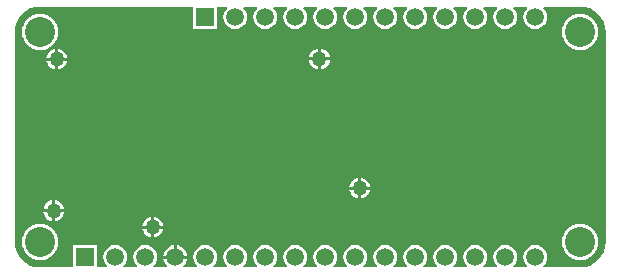
<source format=gbl>
G04*
G04 #@! TF.GenerationSoftware,Altium Limited,Altium Designer,20.1.12 (249)*
G04*
G04 Layer_Physical_Order=2*
G04 Layer_Color=16711680*
%FSLAX25Y25*%
%MOIN*%
G70*
G04*
G04 #@! TF.SameCoordinates,33CBB710-F513-43EE-AC46-A9A21D48704F*
G04*
G04*
G04 #@! TF.FilePolarity,Positive*
G04*
G01*
G75*
%ADD23C,0.05906*%
%ADD24R,0.05906X0.05906*%
%ADD25C,0.10000*%
%ADD26C,0.05000*%
G36*
X191656Y88328D02*
X193249Y87845D01*
X194717Y87060D01*
X196004Y86004D01*
X197060Y84717D01*
X197845Y83249D01*
X198328Y81656D01*
X198484Y80068D01*
X198471Y80000D01*
Y10000D01*
X198484Y9932D01*
X198328Y8343D01*
X197845Y6751D01*
X197060Y5283D01*
X196004Y3996D01*
X194717Y2940D01*
X193249Y2155D01*
X191656Y1672D01*
X190068Y1516D01*
X190000Y1529D01*
X177792D01*
X177622Y2029D01*
X177819Y2181D01*
X178453Y3007D01*
X178851Y3968D01*
X178987Y5000D01*
X178851Y6032D01*
X178453Y6993D01*
X177819Y7819D01*
X176993Y8453D01*
X176032Y8851D01*
X175000Y8987D01*
X173968Y8851D01*
X173007Y8453D01*
X172181Y7819D01*
X171547Y6993D01*
X171149Y6032D01*
X171013Y5000D01*
X171149Y3968D01*
X171547Y3007D01*
X172181Y2181D01*
X172378Y2029D01*
X172208Y1529D01*
X167791D01*
X167622Y2029D01*
X167819Y2181D01*
X168453Y3007D01*
X168851Y3968D01*
X168987Y5000D01*
X168851Y6032D01*
X168453Y6993D01*
X167819Y7819D01*
X166993Y8453D01*
X166032Y8851D01*
X165000Y8987D01*
X163968Y8851D01*
X163007Y8453D01*
X162181Y7819D01*
X161547Y6993D01*
X161149Y6032D01*
X161013Y5000D01*
X161149Y3968D01*
X161547Y3007D01*
X162181Y2181D01*
X162378Y2029D01*
X162208Y1529D01*
X157791D01*
X157622Y2029D01*
X157819Y2181D01*
X158453Y3007D01*
X158851Y3968D01*
X158987Y5000D01*
X158851Y6032D01*
X158453Y6993D01*
X157819Y7819D01*
X156993Y8453D01*
X156032Y8851D01*
X155000Y8987D01*
X153968Y8851D01*
X153007Y8453D01*
X152181Y7819D01*
X151547Y6993D01*
X151149Y6032D01*
X151013Y5000D01*
X151149Y3968D01*
X151547Y3007D01*
X152181Y2181D01*
X152378Y2029D01*
X152208Y1529D01*
X147792D01*
X147622Y2029D01*
X147819Y2181D01*
X148453Y3007D01*
X148851Y3968D01*
X148987Y5000D01*
X148851Y6032D01*
X148453Y6993D01*
X147819Y7819D01*
X146993Y8453D01*
X146032Y8851D01*
X145000Y8987D01*
X143968Y8851D01*
X143007Y8453D01*
X142181Y7819D01*
X141547Y6993D01*
X141149Y6032D01*
X141013Y5000D01*
X141149Y3968D01*
X141547Y3007D01*
X142181Y2181D01*
X142378Y2029D01*
X142209Y1529D01*
X137792D01*
X137622Y2029D01*
X137819Y2181D01*
X138453Y3007D01*
X138851Y3968D01*
X138987Y5000D01*
X138851Y6032D01*
X138453Y6993D01*
X137819Y7819D01*
X136993Y8453D01*
X136032Y8851D01*
X135000Y8987D01*
X133968Y8851D01*
X133007Y8453D01*
X132181Y7819D01*
X131547Y6993D01*
X131149Y6032D01*
X131013Y5000D01*
X131149Y3968D01*
X131547Y3007D01*
X132181Y2181D01*
X132378Y2029D01*
X132209Y1529D01*
X127792D01*
X127622Y2029D01*
X127819Y2181D01*
X128453Y3007D01*
X128851Y3968D01*
X128987Y5000D01*
X128851Y6032D01*
X128453Y6993D01*
X127819Y7819D01*
X126993Y8453D01*
X126032Y8851D01*
X125000Y8987D01*
X123968Y8851D01*
X123007Y8453D01*
X122181Y7819D01*
X121547Y6993D01*
X121149Y6032D01*
X121013Y5000D01*
X121149Y3968D01*
X121547Y3007D01*
X122181Y2181D01*
X122378Y2029D01*
X122208Y1529D01*
X117791D01*
X117622Y2029D01*
X117819Y2181D01*
X118453Y3007D01*
X118851Y3968D01*
X118987Y5000D01*
X118851Y6032D01*
X118453Y6993D01*
X117819Y7819D01*
X116993Y8453D01*
X116032Y8851D01*
X115000Y8987D01*
X113968Y8851D01*
X113007Y8453D01*
X112181Y7819D01*
X111547Y6993D01*
X111149Y6032D01*
X111013Y5000D01*
X111149Y3968D01*
X111547Y3007D01*
X112181Y2181D01*
X112378Y2029D01*
X112208Y1529D01*
X107791D01*
X107622Y2029D01*
X107819Y2181D01*
X108453Y3007D01*
X108851Y3968D01*
X108987Y5000D01*
X108851Y6032D01*
X108453Y6993D01*
X107819Y7819D01*
X106993Y8453D01*
X106032Y8851D01*
X105000Y8987D01*
X103968Y8851D01*
X103007Y8453D01*
X102181Y7819D01*
X101547Y6993D01*
X101149Y6032D01*
X101013Y5000D01*
X101149Y3968D01*
X101547Y3007D01*
X102181Y2181D01*
X102378Y2029D01*
X102208Y1529D01*
X97791D01*
X97622Y2029D01*
X97819Y2181D01*
X98453Y3007D01*
X98851Y3968D01*
X98987Y5000D01*
X98851Y6032D01*
X98453Y6993D01*
X97819Y7819D01*
X96993Y8453D01*
X96032Y8851D01*
X95000Y8987D01*
X93968Y8851D01*
X93007Y8453D01*
X92181Y7819D01*
X91547Y6993D01*
X91149Y6032D01*
X91013Y5000D01*
X91149Y3968D01*
X91547Y3007D01*
X92181Y2181D01*
X92378Y2029D01*
X92208Y1529D01*
X87792D01*
X87622Y2029D01*
X87819Y2181D01*
X88453Y3007D01*
X88851Y3968D01*
X88987Y5000D01*
X88851Y6032D01*
X88453Y6993D01*
X87819Y7819D01*
X86993Y8453D01*
X86032Y8851D01*
X85000Y8987D01*
X83968Y8851D01*
X83007Y8453D01*
X82181Y7819D01*
X81547Y6993D01*
X81149Y6032D01*
X81013Y5000D01*
X81149Y3968D01*
X81547Y3007D01*
X82181Y2181D01*
X82378Y2029D01*
X82209Y1529D01*
X77792D01*
X77622Y2029D01*
X77819Y2181D01*
X78453Y3007D01*
X78851Y3968D01*
X78987Y5000D01*
X78851Y6032D01*
X78453Y6993D01*
X77819Y7819D01*
X76993Y8453D01*
X76032Y8851D01*
X75000Y8987D01*
X73968Y8851D01*
X73007Y8453D01*
X72181Y7819D01*
X71547Y6993D01*
X71149Y6032D01*
X71013Y5000D01*
X71149Y3968D01*
X71547Y3007D01*
X72181Y2181D01*
X72378Y2029D01*
X72208Y1529D01*
X67791D01*
X67622Y2029D01*
X67819Y2181D01*
X68453Y3007D01*
X68851Y3968D01*
X68987Y5000D01*
X68851Y6032D01*
X68453Y6993D01*
X67819Y7819D01*
X66993Y8453D01*
X66032Y8851D01*
X65000Y8987D01*
X63968Y8851D01*
X63007Y8453D01*
X62181Y7819D01*
X61547Y6993D01*
X61149Y6032D01*
X61013Y5000D01*
X61149Y3968D01*
X61547Y3007D01*
X62181Y2181D01*
X62378Y2029D01*
X62208Y1529D01*
X57792D01*
X57622Y2029D01*
X57819Y2181D01*
X58453Y3007D01*
X58851Y3968D01*
X58921Y4500D01*
X51079D01*
X51149Y3968D01*
X51547Y3007D01*
X52181Y2181D01*
X52378Y2029D01*
X52209Y1529D01*
X47791D01*
X47622Y2029D01*
X47819Y2181D01*
X48453Y3007D01*
X48851Y3968D01*
X48987Y5000D01*
X48851Y6032D01*
X48453Y6993D01*
X47819Y7819D01*
X46993Y8453D01*
X46032Y8851D01*
X45000Y8987D01*
X43968Y8851D01*
X43007Y8453D01*
X42181Y7819D01*
X41547Y6993D01*
X41149Y6032D01*
X41013Y5000D01*
X41149Y3968D01*
X41547Y3007D01*
X42181Y2181D01*
X42378Y2029D01*
X42208Y1529D01*
X37791D01*
X37622Y2029D01*
X37819Y2181D01*
X38453Y3007D01*
X38851Y3968D01*
X38987Y5000D01*
X38851Y6032D01*
X38453Y6993D01*
X37819Y7819D01*
X36993Y8453D01*
X36032Y8851D01*
X35000Y8987D01*
X33968Y8851D01*
X33007Y8453D01*
X32181Y7819D01*
X31547Y6993D01*
X31149Y6032D01*
X31013Y5000D01*
X31149Y3968D01*
X31547Y3007D01*
X32181Y2181D01*
X32378Y2029D01*
X32208Y1529D01*
X28953D01*
Y8953D01*
X21047D01*
Y1529D01*
X10000D01*
X9932Y1516D01*
X8343Y1672D01*
X6751Y2155D01*
X5283Y2940D01*
X3996Y3996D01*
X2940Y5283D01*
X2155Y6751D01*
X1672Y8343D01*
X1516Y9932D01*
X1529Y10000D01*
Y80000D01*
X1516Y80068D01*
X1672Y81656D01*
X2155Y83249D01*
X2940Y84717D01*
X3996Y86004D01*
X5283Y87060D01*
X6751Y87845D01*
X8343Y88328D01*
X9932Y88484D01*
X10000Y88471D01*
X61047D01*
Y81047D01*
X68953D01*
Y88471D01*
X72208D01*
X72378Y87971D01*
X72181Y87819D01*
X71547Y86993D01*
X71149Y86032D01*
X71013Y85000D01*
X71149Y83968D01*
X71547Y83007D01*
X72181Y82181D01*
X73007Y81547D01*
X73968Y81149D01*
X75000Y81013D01*
X76032Y81149D01*
X76993Y81547D01*
X77819Y82181D01*
X78453Y83007D01*
X78851Y83968D01*
X78987Y85000D01*
X78851Y86032D01*
X78453Y86993D01*
X77819Y87819D01*
X77622Y87971D01*
X77792Y88471D01*
X82209D01*
X82378Y87971D01*
X82181Y87819D01*
X81547Y86993D01*
X81149Y86032D01*
X81013Y85000D01*
X81149Y83968D01*
X81547Y83007D01*
X82181Y82181D01*
X83007Y81547D01*
X83968Y81149D01*
X85000Y81013D01*
X86032Y81149D01*
X86993Y81547D01*
X87819Y82181D01*
X88453Y83007D01*
X88851Y83968D01*
X88987Y85000D01*
X88851Y86032D01*
X88453Y86993D01*
X87819Y87819D01*
X87622Y87971D01*
X87792Y88471D01*
X92208D01*
X92378Y87971D01*
X92181Y87819D01*
X91547Y86993D01*
X91149Y86032D01*
X91013Y85000D01*
X91149Y83968D01*
X91547Y83007D01*
X92181Y82181D01*
X93007Y81547D01*
X93968Y81149D01*
X95000Y81013D01*
X96032Y81149D01*
X96993Y81547D01*
X97819Y82181D01*
X98453Y83007D01*
X98851Y83968D01*
X98987Y85000D01*
X98851Y86032D01*
X98453Y86993D01*
X97819Y87819D01*
X97622Y87971D01*
X97791Y88471D01*
X102208D01*
X102378Y87971D01*
X102181Y87819D01*
X101547Y86993D01*
X101149Y86032D01*
X101013Y85000D01*
X101149Y83968D01*
X101547Y83007D01*
X102181Y82181D01*
X103007Y81547D01*
X103968Y81149D01*
X105000Y81013D01*
X106032Y81149D01*
X106993Y81547D01*
X107819Y82181D01*
X108453Y83007D01*
X108851Y83968D01*
X108987Y85000D01*
X108851Y86032D01*
X108453Y86993D01*
X107819Y87819D01*
X107622Y87971D01*
X107791Y88471D01*
X112208D01*
X112378Y87971D01*
X112181Y87819D01*
X111547Y86993D01*
X111149Y86032D01*
X111013Y85000D01*
X111149Y83968D01*
X111547Y83007D01*
X112181Y82181D01*
X113007Y81547D01*
X113968Y81149D01*
X115000Y81013D01*
X116032Y81149D01*
X116993Y81547D01*
X117819Y82181D01*
X118453Y83007D01*
X118851Y83968D01*
X118987Y85000D01*
X118851Y86032D01*
X118453Y86993D01*
X117819Y87819D01*
X117622Y87971D01*
X117791Y88471D01*
X122208D01*
X122378Y87971D01*
X122181Y87819D01*
X121547Y86993D01*
X121149Y86032D01*
X121013Y85000D01*
X121149Y83968D01*
X121547Y83007D01*
X122181Y82181D01*
X123007Y81547D01*
X123968Y81149D01*
X125000Y81013D01*
X126032Y81149D01*
X126993Y81547D01*
X127819Y82181D01*
X128453Y83007D01*
X128851Y83968D01*
X128987Y85000D01*
X128851Y86032D01*
X128453Y86993D01*
X127819Y87819D01*
X127622Y87971D01*
X127792Y88471D01*
X132209D01*
X132378Y87971D01*
X132181Y87819D01*
X131547Y86993D01*
X131149Y86032D01*
X131013Y85000D01*
X131149Y83968D01*
X131547Y83007D01*
X132181Y82181D01*
X133007Y81547D01*
X133968Y81149D01*
X135000Y81013D01*
X136032Y81149D01*
X136993Y81547D01*
X137819Y82181D01*
X138453Y83007D01*
X138851Y83968D01*
X138987Y85000D01*
X138851Y86032D01*
X138453Y86993D01*
X137819Y87819D01*
X137622Y87971D01*
X137792Y88471D01*
X142209D01*
X142378Y87971D01*
X142181Y87819D01*
X141547Y86993D01*
X141149Y86032D01*
X141013Y85000D01*
X141149Y83968D01*
X141547Y83007D01*
X142181Y82181D01*
X143007Y81547D01*
X143968Y81149D01*
X145000Y81013D01*
X146032Y81149D01*
X146993Y81547D01*
X147819Y82181D01*
X148453Y83007D01*
X148851Y83968D01*
X148987Y85000D01*
X148851Y86032D01*
X148453Y86993D01*
X147819Y87819D01*
X147622Y87971D01*
X147792Y88471D01*
X152208D01*
X152378Y87971D01*
X152181Y87819D01*
X151547Y86993D01*
X151149Y86032D01*
X151013Y85000D01*
X151149Y83968D01*
X151547Y83007D01*
X152181Y82181D01*
X153007Y81547D01*
X153968Y81149D01*
X155000Y81013D01*
X156032Y81149D01*
X156993Y81547D01*
X157819Y82181D01*
X158453Y83007D01*
X158851Y83968D01*
X158987Y85000D01*
X158851Y86032D01*
X158453Y86993D01*
X157819Y87819D01*
X157622Y87971D01*
X157791Y88471D01*
X162208D01*
X162378Y87971D01*
X162181Y87819D01*
X161547Y86993D01*
X161149Y86032D01*
X161013Y85000D01*
X161149Y83968D01*
X161547Y83007D01*
X162181Y82181D01*
X163007Y81547D01*
X163968Y81149D01*
X165000Y81013D01*
X166032Y81149D01*
X166993Y81547D01*
X167819Y82181D01*
X168453Y83007D01*
X168851Y83968D01*
X168987Y85000D01*
X168851Y86032D01*
X168453Y86993D01*
X167819Y87819D01*
X167622Y87971D01*
X167791Y88471D01*
X172208D01*
X172378Y87971D01*
X172181Y87819D01*
X171547Y86993D01*
X171149Y86032D01*
X171013Y85000D01*
X171149Y83968D01*
X171547Y83007D01*
X172181Y82181D01*
X173007Y81547D01*
X173968Y81149D01*
X175000Y81013D01*
X176032Y81149D01*
X176993Y81547D01*
X177819Y82181D01*
X178453Y83007D01*
X178851Y83968D01*
X178987Y85000D01*
X178851Y86032D01*
X178453Y86993D01*
X177819Y87819D01*
X177622Y87971D01*
X177792Y88471D01*
X190000D01*
X190068Y88484D01*
X191656Y88328D01*
D02*
G37*
%LPC*%
G36*
X190000Y86029D02*
X188824Y85913D01*
X187693Y85570D01*
X186651Y85013D01*
X185737Y84263D01*
X184987Y83350D01*
X184430Y82307D01*
X184087Y81176D01*
X183971Y80000D01*
X184087Y78824D01*
X184430Y77693D01*
X184987Y76651D01*
X185737Y75737D01*
X186651Y74987D01*
X187693Y74430D01*
X188824Y74087D01*
X190000Y73971D01*
X191176Y74087D01*
X192307Y74430D01*
X193350Y74987D01*
X194263Y75737D01*
X195013Y76651D01*
X195570Y77693D01*
X195913Y78824D01*
X196029Y80000D01*
X195913Y81176D01*
X195570Y82307D01*
X195013Y83350D01*
X194263Y84263D01*
X193350Y85013D01*
X192307Y85570D01*
X191176Y85913D01*
X190000Y86029D01*
D02*
G37*
G36*
X10000D02*
X8824Y85913D01*
X7693Y85570D01*
X6650Y85013D01*
X5737Y84263D01*
X4987Y83350D01*
X4430Y82307D01*
X4087Y81176D01*
X3971Y80000D01*
X4087Y78824D01*
X4430Y77693D01*
X4987Y76651D01*
X5737Y75737D01*
X6650Y74987D01*
X7693Y74430D01*
X8824Y74087D01*
X10000Y73971D01*
X11176Y74087D01*
X12307Y74430D01*
X13350Y74987D01*
X14263Y75737D01*
X15013Y76651D01*
X15570Y77693D01*
X15913Y78824D01*
X16029Y80000D01*
X15913Y81176D01*
X15570Y82307D01*
X15013Y83350D01*
X14263Y84263D01*
X13350Y85013D01*
X12307Y85570D01*
X11176Y85913D01*
X10000Y86029D01*
D02*
G37*
G36*
X103559Y74523D02*
Y71559D01*
X106523D01*
X106469Y71973D01*
X106116Y72824D01*
X105555Y73555D01*
X104824Y74116D01*
X103973Y74469D01*
X103559Y74523D01*
D02*
G37*
G36*
X102559D02*
X102145Y74469D01*
X101294Y74116D01*
X100563Y73555D01*
X100002Y72824D01*
X99649Y71973D01*
X99595Y71559D01*
X102559D01*
Y74523D01*
D02*
G37*
G36*
X16000Y74464D02*
Y71500D01*
X18964D01*
X18910Y71914D01*
X18557Y72765D01*
X17996Y73496D01*
X17265Y74057D01*
X16414Y74410D01*
X16000Y74464D01*
D02*
G37*
G36*
X15000D02*
X14586Y74410D01*
X13735Y74057D01*
X13004Y73496D01*
X12443Y72765D01*
X12090Y71914D01*
X12036Y71500D01*
X15000D01*
Y74464D01*
D02*
G37*
G36*
X106523Y70559D02*
X103559D01*
Y67595D01*
X103973Y67649D01*
X104824Y68002D01*
X105555Y68563D01*
X106116Y69294D01*
X106469Y70145D01*
X106523Y70559D01*
D02*
G37*
G36*
X102559D02*
X99595D01*
X99649Y70145D01*
X100002Y69294D01*
X100563Y68563D01*
X101294Y68002D01*
X102145Y67649D01*
X102559Y67595D01*
Y70559D01*
D02*
G37*
G36*
X18964Y70500D02*
X16000D01*
Y67536D01*
X16414Y67590D01*
X17265Y67943D01*
X17996Y68504D01*
X18557Y69235D01*
X18910Y70086D01*
X18964Y70500D01*
D02*
G37*
G36*
X15000D02*
X12036D01*
X12090Y70086D01*
X12443Y69235D01*
X13004Y68504D01*
X13735Y67943D01*
X14586Y67590D01*
X15000Y67536D01*
Y70500D01*
D02*
G37*
G36*
X117000Y31464D02*
Y28500D01*
X119964D01*
X119910Y28914D01*
X119557Y29765D01*
X118996Y30496D01*
X118265Y31057D01*
X117414Y31410D01*
X117000Y31464D01*
D02*
G37*
G36*
X116000D02*
X115586Y31410D01*
X114735Y31057D01*
X114004Y30496D01*
X113443Y29765D01*
X113090Y28914D01*
X113036Y28500D01*
X116000D01*
Y31464D01*
D02*
G37*
G36*
X119964Y27500D02*
X117000D01*
Y24536D01*
X117414Y24590D01*
X118265Y24943D01*
X118996Y25504D01*
X119557Y26235D01*
X119910Y27086D01*
X119964Y27500D01*
D02*
G37*
G36*
X116000D02*
X113036D01*
X113090Y27086D01*
X113443Y26235D01*
X114004Y25504D01*
X114735Y24943D01*
X115586Y24590D01*
X116000Y24536D01*
Y27500D01*
D02*
G37*
G36*
X15000Y23964D02*
Y21000D01*
X17964D01*
X17910Y21414D01*
X17557Y22265D01*
X16996Y22996D01*
X16265Y23557D01*
X15414Y23910D01*
X15000Y23964D01*
D02*
G37*
G36*
X14000D02*
X13586Y23910D01*
X12735Y23557D01*
X12004Y22996D01*
X11443Y22265D01*
X11090Y21414D01*
X11036Y21000D01*
X14000D01*
Y23964D01*
D02*
G37*
G36*
X17964Y20000D02*
X15000D01*
Y17036D01*
X15414Y17090D01*
X16265Y17443D01*
X16996Y18004D01*
X17557Y18735D01*
X17910Y19586D01*
X17964Y20000D01*
D02*
G37*
G36*
X14000D02*
X11036D01*
X11090Y19586D01*
X11443Y18735D01*
X12004Y18004D01*
X12735Y17443D01*
X13586Y17090D01*
X14000Y17036D01*
Y20000D01*
D02*
G37*
G36*
X48000Y18464D02*
Y15500D01*
X50964D01*
X50910Y15914D01*
X50557Y16765D01*
X49996Y17496D01*
X49265Y18057D01*
X48414Y18410D01*
X48000Y18464D01*
D02*
G37*
G36*
X47000D02*
X46586Y18410D01*
X45735Y18057D01*
X45004Y17496D01*
X44443Y16765D01*
X44090Y15914D01*
X44036Y15500D01*
X47000D01*
Y18464D01*
D02*
G37*
G36*
X50964Y14500D02*
X48000D01*
Y11536D01*
X48414Y11590D01*
X49265Y11943D01*
X49996Y12504D01*
X50557Y13235D01*
X50910Y14086D01*
X50964Y14500D01*
D02*
G37*
G36*
X47000D02*
X44036D01*
X44090Y14086D01*
X44443Y13235D01*
X45004Y12504D01*
X45735Y11943D01*
X46586Y11590D01*
X47000Y11536D01*
Y14500D01*
D02*
G37*
G36*
X55500Y8921D02*
Y5500D01*
X58921D01*
X58851Y6032D01*
X58453Y6993D01*
X57819Y7819D01*
X56993Y8453D01*
X56032Y8851D01*
X55500Y8921D01*
D02*
G37*
G36*
X54500D02*
X53968Y8851D01*
X53007Y8453D01*
X52181Y7819D01*
X51547Y6993D01*
X51149Y6032D01*
X51079Y5500D01*
X54500D01*
Y8921D01*
D02*
G37*
G36*
X190000Y16029D02*
X188824Y15913D01*
X187693Y15570D01*
X186651Y15013D01*
X185737Y14263D01*
X184987Y13350D01*
X184430Y12307D01*
X184087Y11176D01*
X183971Y10000D01*
X184087Y8824D01*
X184430Y7693D01*
X184987Y6650D01*
X185737Y5737D01*
X186651Y4987D01*
X187693Y4430D01*
X188824Y4087D01*
X190000Y3971D01*
X191176Y4087D01*
X192307Y4430D01*
X193350Y4987D01*
X194263Y5737D01*
X195013Y6650D01*
X195570Y7693D01*
X195913Y8824D01*
X196029Y10000D01*
X195913Y11176D01*
X195570Y12307D01*
X195013Y13350D01*
X194263Y14263D01*
X193350Y15013D01*
X192307Y15570D01*
X191176Y15913D01*
X190000Y16029D01*
D02*
G37*
G36*
X10000D02*
X8824Y15913D01*
X7693Y15570D01*
X6650Y15013D01*
X5737Y14263D01*
X4987Y13350D01*
X4430Y12307D01*
X4087Y11176D01*
X3971Y10000D01*
X4087Y8824D01*
X4430Y7693D01*
X4987Y6650D01*
X5737Y5737D01*
X6650Y4987D01*
X7693Y4430D01*
X8824Y4087D01*
X10000Y3971D01*
X11176Y4087D01*
X12307Y4430D01*
X13350Y4987D01*
X14263Y5737D01*
X15013Y6650D01*
X15570Y7693D01*
X15913Y8824D01*
X16029Y10000D01*
X15913Y11176D01*
X15570Y12307D01*
X15013Y13350D01*
X14263Y14263D01*
X13350Y15013D01*
X12307Y15570D01*
X11176Y15913D01*
X10000Y16029D01*
D02*
G37*
%LPD*%
D23*
X75000Y85000D02*
D03*
X85000D02*
D03*
X95000D02*
D03*
X105000D02*
D03*
X115000D02*
D03*
X125000D02*
D03*
X135000D02*
D03*
X145000D02*
D03*
X155000D02*
D03*
X165000D02*
D03*
X175000D02*
D03*
X35000Y5000D02*
D03*
X45000D02*
D03*
X55000D02*
D03*
X65000D02*
D03*
X75000D02*
D03*
X85000D02*
D03*
X95000D02*
D03*
X105000D02*
D03*
X115000D02*
D03*
X125000D02*
D03*
X135000D02*
D03*
X145000D02*
D03*
X155000D02*
D03*
X165000D02*
D03*
X175000D02*
D03*
D24*
X65000Y85000D02*
D03*
X25000Y5000D02*
D03*
D25*
X190000Y10000D02*
D03*
Y80000D02*
D03*
X10000D02*
D03*
Y10000D02*
D03*
D26*
X116500Y28000D02*
D03*
X47500Y15000D02*
D03*
X15500Y71000D02*
D03*
X14500Y20500D02*
D03*
X103059Y71059D02*
D03*
M02*

</source>
